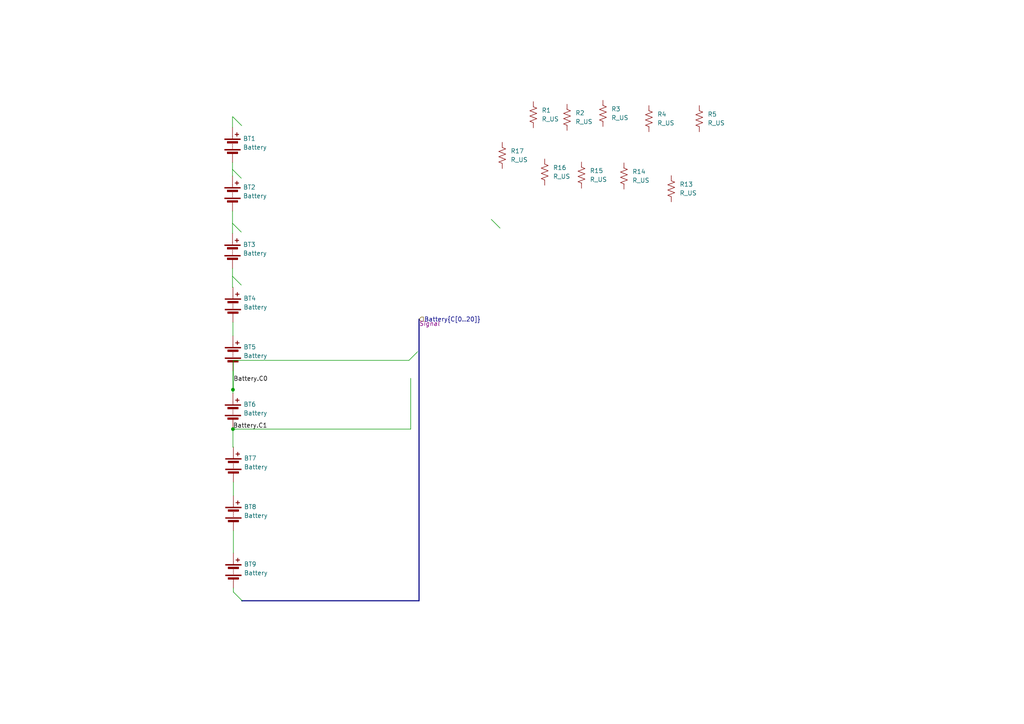
<source format=kicad_sch>
(kicad_sch (version 20230121) (generator eeschema)
  (paper "A4")
  (lib_symbols
    (symbol "Device:Battery" (pin_numbers hide) (pin_names (offset 0) hide)
      (property "Reference" "BT" (at 2.54 2.54 0))
      (property "Value" "Battery" (at 2.54 0 0))
      (symbol "Battery_0_1"
        (rectangle (start -2.286 -1.27) (end 2.286 -1.524) (fill (type outline)))
        (rectangle (start -2.286 1.778) (end 2.286 1.524) (fill (type outline)))
        (rectangle (start -1.524 -2.032) (end 1.524 -2.54) (fill (type outline)))
        (rectangle (start -1.524 1.016) (end 1.524 0.508) (fill (type outline)))
        (polyline (pts (xy 0 -1.016) (xy 0 -0.762)))
        (polyline (pts (xy 0 -0.508) (xy 0 -0.254)))
        (polyline (pts (xy 0 0) (xy 0 0.254)))
        (polyline (pts (xy 0 1.778) (xy 0 2.54)))
        (polyline (pts (xy 0.762 3.048) (xy 1.778 3.048)) (stroke (width 0.254)))
        (polyline (pts (xy 1.27 3.556) (xy 1.27 2.54)) (stroke (width 0.254)))
      )
      (symbol "Battery_1_1"
        (pin passive line (at 0 5.08 270) (length 2.54) (name "+") (number "1"))
        (pin passive line (at 0 -5.08 90) (length 2.54) (name "-") (number "2"))
      )
    )
    (symbol "Device:R_US" (pin_numbers hide) (pin_names (offset 0))
      (property "Reference" "R" (at 2.54 0 90))
      (property "Value" "R_US" (at -2.54 0 90))
      (symbol "R_US_0_1"
        (polyline (pts (xy 0 -2.286) (xy 0 -2.54)))
        (polyline (pts (xy 0 2.286) (xy 0 2.54)))
        (polyline (pts (xy 0 -0.762) (xy 1.016 -1.143) (xy 0 -1.524) (xy -1.016 -1.905) (xy 0 -2.286)))
        (polyline (pts (xy 0 0.762) (xy 1.016 0.381) (xy 0 0) (xy -1.016 -0.381) (xy 0 -0.762)))
        (polyline (pts (xy 0 2.286) (xy 1.016 1.905) (xy 0 1.524) (xy -1.016 1.143) (xy 0 0.762)))
      )
      (symbol "R_US_1_1"
        (pin passive line (at 0 3.81 270) (length 1.27) (name "~") (number "1"))
        (pin passive line (at 0 -3.81 90) (length 1.27) (name "~") (number "2"))
      )
    )
  )
  (junction (at 67.564 113.03))
  (junction (at 67.564 124.46))
  (bus_entry (at 67.437 64.77) (size 2.54 2.54))
  (bus_entry (at 67.564 33.909) (size 2.54 2.54))
  (bus_entry (at 121.158 101.981) (size -2.54 2.54))
  (bus_entry (at 67.691 171.704) (size 2.54 2.54))
  (bus_entry (at 67.437 49.149) (size 2.54 2.54))
  (bus_entry (at 142.494 63.627) (size 2.54 2.54))
  (bus_entry (at 67.437 80.137) (size 2.54 2.54))
  (wire (pts (xy 67.691 104.521) (xy 67.691 113.03)))
  (wire (pts (xy 67.564 124.46) (xy 67.564 129.667)))
  (wire (pts (xy 67.564 93.472) (xy 67.564 97.409)))
  (wire (pts (xy 119.126 124.46) (xy 67.564 124.46)))
  (wire (pts (xy 67.437 83.312) (xy 67.564 83.312)))
  (wire (pts (xy 67.437 64.77) (xy 67.437 67.691)))
  (wire (pts (xy 67.437 80.137) (xy 67.437 83.312)))
  (bus (pts (xy 70.231 174.244) (xy 121.539 174.244)))
  (wire (pts (xy 119.126 109.728) (xy 119.126 124.46)))
  (bus (pts (xy 70.104 174.244) (xy 70.231 174.244)))
  (wire (pts (xy 67.691 113.03) (xy 67.564 113.03)))
  (wire (pts (xy 67.564 129.667) (xy 67.691 129.667)))
  (wire (pts (xy 67.437 33.909) (xy 67.564 33.909)))
  (wire (pts (xy 67.564 124.206) (xy 67.564 124.46)))
  (wire (pts (xy 67.691 153.924) (xy 67.691 160.401)))
  (wire (pts (xy 67.437 36.957) (xy 67.437 33.909)))
  (wire (pts (xy 67.564 107.569) (xy 67.564 113.03)))
  (wire (pts (xy 118.618 104.521) (xy 67.691 104.521)))
  (wire (pts (xy 67.437 77.851) (xy 67.437 80.137)))
  (wire (pts (xy 67.691 139.827) (xy 67.691 143.764)))
  (bus (pts (xy 121.539 174.244) (xy 121.539 92.583)))
  (wire (pts (xy 67.564 113.03) (xy 67.564 114.046)))
  (wire (pts (xy 67.437 49.149) (xy 67.437 51.054)))
  (wire (pts (xy 67.437 47.117) (xy 67.437 49.149)))
  (wire (pts (xy 67.437 61.214) (xy 67.437 64.77)))
  (wire (pts (xy 67.691 170.561) (xy 67.691 171.704)))
  (label "Battery.C1" (at 67.564 124.46 0))
  (label "Battery.C0" (at 67.691 110.871 0))
  (hierarchical_label "Battery{C[0..20]}" (shape input) (at 121.539 92.583 0) (property "Netclass" "Signal" (at 121.539 93.853 0) (effects (font italic) (justify left))))
  (symbol (lib_id "Device:Battery") (at 67.691 134.747 0) (unit 1)
    (property "Reference" "BT7" (at 70.739 132.9055 0) (effects (justify left)))
    (property "Value" "Battery" (at 70.739 135.4455 0) (effects (justify left)))
  )
  (symbol (lib_id "Device:R_US") (at 194.691 54.737 0) (unit 1)
    (property "Reference" "R13" (at 197.104 53.467 0) (effects (justify left)))
    (property "Value" "R_US" (at 197.104 56.007 0) (effects (justify left)))
    (property "Footprint" "Resistor_SMD:R_0603_1608Metric_Pad0.98x0.95mm_HandSolder" (effects hide))
    (instances (project "Advanced Kicad example" (path "" (reference "R13") (unit 1)) (path "" (reference "R26") (unit 1))))
  )
  (symbol (lib_id "Device:R_US") (at 180.975 51.054 0) (unit 1)
    (property "Reference" "R14" (at 183.388 49.784 0) (effects (justify left)))
    (property "Value" "R_US" (at 183.388 52.324 0) (effects (justify left)))
    (property "Footprint" "Resistor_SMD:R_0603_1608Metric_Pad0.98x0.95mm_HandSolder" (effects hide))
    (instances (project "Advanced Kicad example" (path "" (reference "R14") (unit 1)) (path "" (reference "R24") (unit 1))))
  )
  (symbol (lib_id "Device:R_US") (at 188.214 34.417 0) (unit 1)
    (property "Reference" "R4" (at 190.627 33.147 0) (effects (justify left)))
    (property "Value" "R_US" (at 190.627 35.687 0) (effects (justify left)))
    (property "Footprint" "Resistor_SMD:R_0603_1608Metric_Pad0.98x0.95mm_HandSolder" (effects hide))
    (instances (project "Advanced Kicad example" (path "" (reference "R4") (unit 1)) (path "" (reference "R25") (unit 1))))
  )
  (symbol (lib_id "Device:Battery") (at 67.564 102.489 0) (unit 1)
    (property "Reference" "BT5" (at 70.612 100.6475 0) (effects (justify left)))
    (property "Value" "Battery" (at 70.612 103.1875 0) (effects (justify left)))
  )
  (symbol (lib_id "Device:Battery") (at 67.437 42.037 0) (unit 1)
    (property "Reference" "BT1" (at 70.485 40.1955 0) (effects (justify left)))
    (property "Value" "Battery" (at 70.485 42.7355 0) (effects (justify left)))
  )
  (symbol (lib_id "Device:Battery") (at 67.564 119.126 0) (unit 1)
    (property "Reference" "BT6" (at 70.612 117.2845 0) (effects (justify left)))
    (property "Value" "Battery" (at 70.612 119.8245 0) (effects (justify left)))
  )
  (symbol (lib_id "Device:Battery") (at 67.564 88.392 0) (unit 1)
    (property "Reference" "BT4" (at 70.612 86.5505 0) (effects (justify left)))
    (property "Value" "Battery" (at 70.612 89.0905 0) (effects (justify left)))
  )
  (symbol (lib_id "Device:Battery") (at 67.691 165.481 0) (unit 1)
    (property "Reference" "BT9" (at 70.739 163.6395 0) (effects (justify left)))
    (property "Value" "Battery" (at 70.739 166.1795 0) (effects (justify left)))
  )
  (symbol (lib_id "Device:R_US") (at 202.819 34.417 0) (unit 1)
    (property "Reference" "R5" (at 205.232 33.147 0) (effects (justify left)))
    (property "Value" "R_US" (at 205.232 35.687 0) (effects (justify left)))
    (property "Footprint" "Resistor_SMD:R_0603_1608Metric_Pad0.98x0.95mm_HandSolder" (effects hide))
    (instances (project "Advanced Kicad example" (path "" (reference "R5") (unit 1)) (path "" (reference "R27") (unit 1))))
  )
  (symbol (lib_id "Device:R_US") (at 157.988 49.911 0) (unit 1)
    (property "Reference" "R16" (at 160.401 48.641 0) (effects (justify left)))
    (property "Value" "R_US" (at 160.401 51.181 0) (effects (justify left)))
    (property "Footprint" "Resistor_SMD:R_0603_1608Metric_Pad0.98x0.95mm_HandSolder" (effects hide))
    (instances (project "Advanced Kicad example" (path "" (reference "R16") (unit 1)) (path "" (reference "R20") (unit 1))))
  )
  (symbol (lib_id "Device:Battery") (at 67.437 56.134 0) (unit 1)
    (property "Reference" "BT2" (at 70.485 54.2925 0) (effects (justify left)))
    (property "Value" "Battery" (at 70.485 56.8325 0) (effects (justify left)))
  )
  (symbol (lib_id "Device:R_US") (at 174.879 32.893 0) (unit 1)
    (property "Reference" "R3" (at 177.292 31.623 0) (effects (justify left)))
    (property "Value" "R_US" (at 177.292 34.163 0) (effects (justify left)))
    (property "Footprint" "Resistor_SMD:R_0603_1608Metric_Pad0.98x0.95mm_HandSolder" (effects hide))
    (instances (project "Advanced Kicad example" (path "" (reference "R3") (unit 1)) (path "" (reference "R23") (unit 1))))
  )
  (symbol (lib_id "Device:Battery") (at 67.437 72.771 0) (unit 1)
    (property "Reference" "BT3" (at 70.485 70.9295 0) (effects (justify left)))
    (property "Value" "Battery" (at 70.485 73.4695 0) (effects (justify left)))
  )
  (symbol (lib_id "Device:R_US") (at 145.669 45.085 0) (unit 1)
    (property "Reference" "R17" (at 148.082 43.815 0) (effects (justify left)))
    (property "Value" "R_US" (at 148.082 46.355 0) (effects (justify left)))
    (property "Footprint" "Resistor_SMD:R_0603_1608Metric_Pad0.98x0.95mm_HandSolder" (effects hide))
    (instances (project "Advanced Kicad example" (path "" (reference "R17") (unit 1)) (path "" (reference "R18") (unit 1))))
  )
  (symbol (lib_id "Device:R_US") (at 154.686 33.274 0) (unit 1)
    (property "Reference" "R1" (at 157.099 32.004 0) (effects (justify left)))
    (property "Value" "R_US" (at 157.099 34.544 0) (effects (justify left)))
    (property "Footprint" "Resistor_SMD:R_0603_1608Metric_Pad0.98x0.95mm_HandSolder" (effects hide))
    (instances (project "Advanced Kicad example" (path "" (reference "R1") (unit 1)) (path "" (reference "R19") (unit 1))))
  )
  (symbol (lib_id "Device:R_US") (at 168.656 50.8 0) (unit 1)
    (property "Reference" "R15" (at 171.069 49.53 0) (effects (justify left)))
    (property "Value" "R_US" (at 171.069 52.07 0) (effects (justify left)))
    (property "Footprint" "Resistor_SMD:R_0603_1608Metric_Pad0.98x0.95mm_HandSolder" (effects hide))
    (instances (project "Advanced Kicad example" (path "" (reference "R15") (unit 1)) (path "" (reference "R22") (unit 1))))
  )
  (symbol (lib_id "Device:Battery") (at 67.691 148.844 0) (unit 1)
    (property "Reference" "BT8" (at 70.739 147.0025 0) (effects (justify left)))
    (property "Value" "Battery" (at 70.739 149.5425 0) (effects (justify left)))
  )
  (symbol (lib_id "Device:R_US") (at 164.465 34.036 0) (unit 1)
    (property "Reference" "R2" (at 166.878 32.766 0) (effects (justify left)))
    (property "Value" "R_US" (at 166.878 35.306 0) (effects (justify left)))
    (property "Footprint" "Resistor_SMD:R_0603_1608Metric_Pad0.98x0.95mm_HandSolder" (effects hide))
    (instances (project "Advanced Kicad example" (path "" (reference "R2") (unit 1)) (path "" (reference "R21") (unit 1))))
  )
)
</source>
